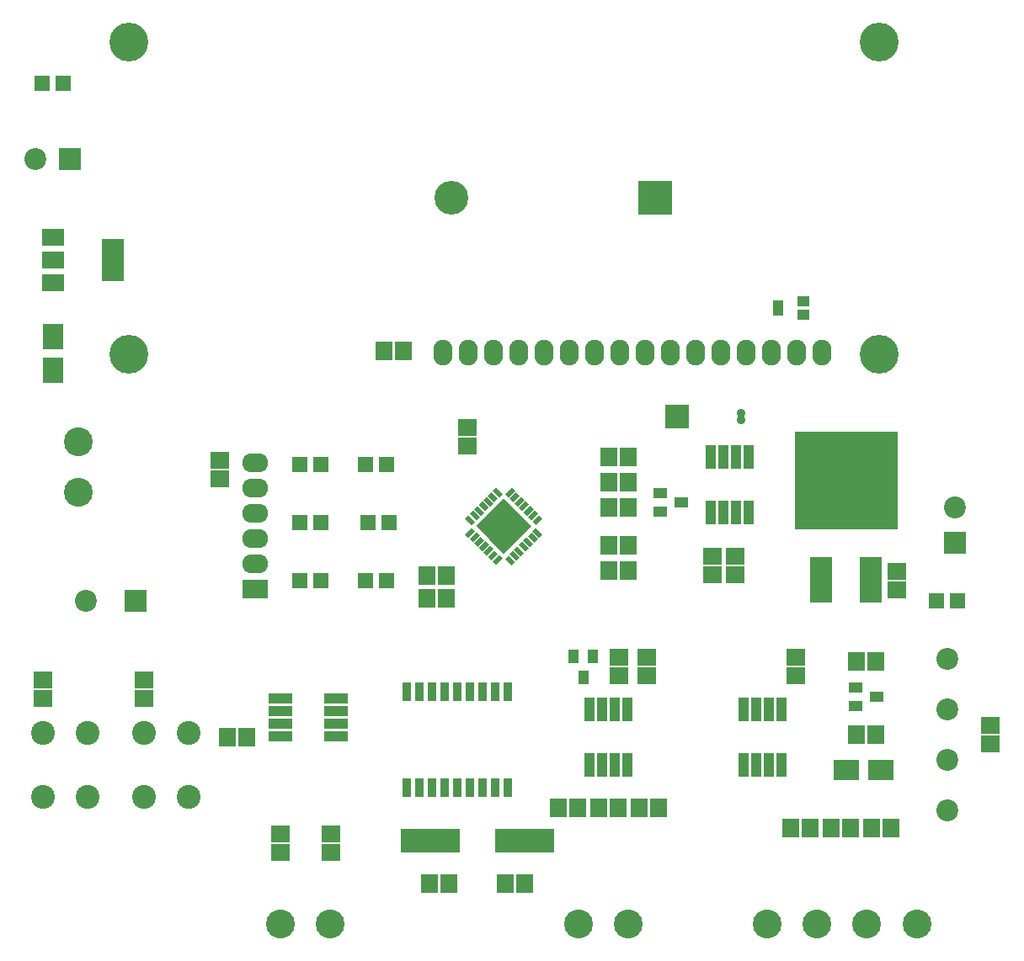
<source format=gbr>
G04 #@! TF.FileFunction,Soldermask,Top*
%FSLAX46Y46*%
G04 Gerber Fmt 4.6, Leading zero omitted, Abs format (unit mm)*
G04 Created by KiCad (PCBNEW 4.0.6) date 07/24/17 16:42:21*
%MOMM*%
%LPD*%
G01*
G04 APERTURE LIST*
%ADD10C,0.100000*%
%ADD11R,0.951180X1.830020*%
%ADD12C,3.900000*%
%ADD13O,1.900000X2.600000*%
%ADD14C,2.900000*%
%ADD15C,3.399740*%
%ADD16R,3.397200X3.397200*%
%ADD17R,2.200000X2.200000*%
%ADD18C,2.200000*%
%ADD19R,1.898600X1.700480*%
%ADD20R,1.700480X1.898600*%
%ADD21R,2.099260X2.500580*%
%ADD22R,1.598880X1.598880*%
%ADD23R,2.500580X2.099260*%
%ADD24R,2.599640X1.924000*%
%ADD25O,2.599640X1.924000*%
%ADD26R,1.400760X0.999440*%
%ADD27R,0.999440X1.400760*%
%ADD28R,1.200100X0.999440*%
%ADD29R,1.101040X1.499820*%
%ADD30R,0.999440X2.398980*%
%ADD31R,2.200860X1.700480*%
%ADD32R,2.200860X4.199840*%
%ADD33R,2.200860X4.601160*%
%ADD34R,10.399980X9.899600*%
%ADD35R,2.398980X0.999440*%
%ADD36O,0.900000X0.900000*%
%ADD37R,2.400000X2.400000*%
%ADD38R,5.899100X2.398980*%
%ADD39C,2.398980*%
G04 APERTURE END LIST*
D10*
D11*
X60198000Y-99298760D03*
X61468000Y-99298760D03*
X62738000Y-99298760D03*
X64008000Y-99298760D03*
X65278000Y-99298760D03*
X66548000Y-99298760D03*
X67818000Y-99298760D03*
X69088000Y-99298760D03*
X70358000Y-99298760D03*
X70358000Y-89677240D03*
X69088000Y-89677240D03*
X67818000Y-89677240D03*
X66548000Y-89677240D03*
X65278000Y-89677240D03*
X64008000Y-89677240D03*
X62738000Y-89677240D03*
X61468000Y-89677240D03*
X60198000Y-89677240D03*
D12*
X107700000Y-55700000D03*
X32300000Y-55700000D03*
X32300000Y-24300000D03*
X107700000Y-24300000D03*
D13*
X102000000Y-55500000D03*
X99460000Y-55500000D03*
X96920000Y-55500000D03*
X94380000Y-55500000D03*
X91840000Y-55500000D03*
X89300000Y-55500000D03*
X86760000Y-55500000D03*
X84220000Y-55500000D03*
X81680000Y-55500000D03*
X79140000Y-55500000D03*
X76600000Y-55500000D03*
X74060000Y-55500000D03*
X71520000Y-55500000D03*
X68980000Y-55500000D03*
X66440000Y-55500000D03*
X63900000Y-55500000D03*
D14*
X111500000Y-113000000D03*
X106500000Y-113000000D03*
X96500000Y-113000000D03*
X101500000Y-113000000D03*
D15*
X64716800Y-40000000D03*
D16*
X85214600Y-40000000D03*
D17*
X32980000Y-80518000D03*
D18*
X27980000Y-80518000D03*
D19*
X109474000Y-79438500D03*
X109474000Y-77533500D03*
D17*
X115316000Y-74648000D03*
D18*
X115316000Y-71148000D03*
D17*
X26388000Y-36068000D03*
D18*
X22888000Y-36068000D03*
D20*
X62547500Y-108966000D03*
X64452500Y-108966000D03*
X72072500Y-108966000D03*
X70167500Y-108966000D03*
D21*
X24638000Y-53896260D03*
X24638000Y-57355740D03*
D22*
X25687020Y-28448000D03*
X23588980Y-28448000D03*
X58199020Y-66802000D03*
X56100980Y-66802000D03*
X51595020Y-66802000D03*
X49496980Y-66802000D03*
D23*
X104442260Y-97536000D03*
X107901740Y-97536000D03*
D22*
X115603020Y-80518000D03*
X113504980Y-80518000D03*
X49496980Y-72644000D03*
X51595020Y-72644000D03*
X58199020Y-78486000D03*
X56100980Y-78486000D03*
X56354980Y-72644000D03*
X58453020Y-72644000D03*
X49496980Y-78486000D03*
X51595020Y-78486000D03*
D14*
X27178000Y-64556000D03*
X27178000Y-69556000D03*
D24*
X44958000Y-79350000D03*
D25*
X44958000Y-76810000D03*
X44958000Y-74270000D03*
X44958000Y-71730000D03*
X44958000Y-69190000D03*
X44958000Y-66650000D03*
D14*
X47500000Y-113000000D03*
X52500000Y-113000000D03*
D26*
X105369360Y-89217500D03*
X107482640Y-90170000D03*
X105369360Y-91122500D03*
D27*
X78930500Y-86065360D03*
X77978000Y-88178640D03*
X77025500Y-86065360D03*
D26*
X85684360Y-69659500D03*
X87797640Y-70612000D03*
X85684360Y-71564500D03*
D19*
X90932000Y-76009500D03*
X90932000Y-77914500D03*
X93218000Y-76009500D03*
X93218000Y-77914500D03*
D20*
X62293500Y-77978000D03*
X64198500Y-77978000D03*
D19*
X41402000Y-68262500D03*
X41402000Y-66357500D03*
D20*
X62293500Y-80264000D03*
X64198500Y-80264000D03*
X107378500Y-86614000D03*
X105473500Y-86614000D03*
X107378500Y-93980000D03*
X105473500Y-93980000D03*
X59880500Y-55372000D03*
X57975500Y-55372000D03*
D19*
X52578000Y-103949500D03*
X52578000Y-105854500D03*
X118872000Y-93027500D03*
X118872000Y-94932500D03*
X47498000Y-103949500D03*
X47498000Y-105854500D03*
X84328000Y-86169500D03*
X84328000Y-88074500D03*
D20*
X82486500Y-71120000D03*
X80581500Y-71120000D03*
D19*
X81534000Y-88074500D03*
X81534000Y-86169500D03*
X99314000Y-88074500D03*
X99314000Y-86169500D03*
D20*
X80581500Y-77470000D03*
X82486500Y-77470000D03*
X82486500Y-74930000D03*
X80581500Y-74930000D03*
X80581500Y-66040000D03*
X82486500Y-66040000D03*
X82486500Y-68580000D03*
X80581500Y-68580000D03*
X42227500Y-94234000D03*
X44132500Y-94234000D03*
X77406500Y-101346000D03*
X75501500Y-101346000D03*
X81470500Y-101346000D03*
X79565500Y-101346000D03*
X85534500Y-101346000D03*
X83629500Y-101346000D03*
X100774500Y-103378000D03*
X98869500Y-103378000D03*
X104838500Y-103378000D03*
X102933500Y-103378000D03*
X108902500Y-103378000D03*
X106997500Y-103378000D03*
D18*
X114554000Y-96520000D03*
X114554000Y-91440000D03*
X114554000Y-86360000D03*
X114554000Y-101600000D03*
D28*
X100106480Y-51704240D03*
D29*
X97607120Y-51054000D03*
D28*
X100106480Y-50403760D03*
D10*
G36*
X68745458Y-69557868D02*
X69411793Y-70224203D01*
X69063360Y-70572636D01*
X68397025Y-69906301D01*
X68745458Y-69557868D01*
X68745458Y-69557868D01*
G37*
G36*
X68285669Y-70017657D02*
X68952004Y-70683992D01*
X68603571Y-71032425D01*
X67937236Y-70366090D01*
X68285669Y-70017657D01*
X68285669Y-70017657D01*
G37*
G36*
X67825880Y-70477447D02*
X68492215Y-71143782D01*
X68143782Y-71492215D01*
X67477447Y-70825880D01*
X67825880Y-70477447D01*
X67825880Y-70477447D01*
G37*
G36*
X67366090Y-70937236D02*
X68032425Y-71603571D01*
X67683992Y-71952004D01*
X67017657Y-71285669D01*
X67366090Y-70937236D01*
X67366090Y-70937236D01*
G37*
G36*
X66762618Y-73130214D02*
X67111051Y-73478647D01*
X66444716Y-74144982D01*
X66096283Y-73796549D01*
X66762618Y-73130214D01*
X66762618Y-73130214D01*
G37*
G36*
X67222407Y-73590003D02*
X67570840Y-73938436D01*
X66904505Y-74604771D01*
X66556072Y-74256338D01*
X67222407Y-73590003D01*
X67222407Y-73590003D01*
G37*
G36*
X67682196Y-74049792D02*
X68030629Y-74398225D01*
X67364294Y-75064560D01*
X67015861Y-74716127D01*
X67682196Y-74049792D01*
X67682196Y-74049792D01*
G37*
G36*
X68141985Y-74509582D02*
X68490418Y-74858015D01*
X67824083Y-75524350D01*
X67475650Y-75175917D01*
X68141985Y-74509582D01*
X68141985Y-74509582D01*
G37*
G36*
X68601775Y-74969371D02*
X68950208Y-75317804D01*
X68283873Y-75984139D01*
X67935440Y-75635706D01*
X68601775Y-74969371D01*
X68601775Y-74969371D01*
G37*
G36*
X69061564Y-75429160D02*
X69409997Y-75777593D01*
X68743662Y-76443928D01*
X68395229Y-76095495D01*
X69061564Y-75429160D01*
X69061564Y-75429160D01*
G37*
G36*
X69521353Y-75888949D02*
X69869786Y-76237382D01*
X69203451Y-76903717D01*
X68855018Y-76555284D01*
X69521353Y-75888949D01*
X69521353Y-75888949D01*
G37*
G36*
X69205247Y-69098079D02*
X69871582Y-69764414D01*
X69523149Y-70112847D01*
X68856814Y-69446512D01*
X69205247Y-69098079D01*
X69205247Y-69098079D01*
G37*
G36*
X68656554Y-71555975D02*
X70100579Y-73000000D01*
X68656554Y-74444025D01*
X67212529Y-73000000D01*
X68656554Y-71555975D01*
X68656554Y-71555975D01*
G37*
G36*
X70000000Y-70212529D02*
X71444025Y-71656554D01*
X70000000Y-73100579D01*
X68555975Y-71656554D01*
X70000000Y-70212529D01*
X70000000Y-70212529D01*
G37*
G36*
X71343446Y-71555975D02*
X72787471Y-73000000D01*
X71343446Y-74444025D01*
X69899421Y-73000000D01*
X71343446Y-71555975D01*
X71343446Y-71555975D01*
G37*
G36*
X70000000Y-72899421D02*
X71444025Y-74343446D01*
X70000000Y-75787471D01*
X68555975Y-74343446D01*
X70000000Y-72899421D01*
X70000000Y-72899421D01*
G37*
G36*
X70442726Y-75924870D02*
X71109061Y-76591205D01*
X70760628Y-76939638D01*
X70094293Y-76273303D01*
X70442726Y-75924870D01*
X70442726Y-75924870D01*
G37*
G36*
X70902515Y-75465081D02*
X71568850Y-76131416D01*
X71220417Y-76479849D01*
X70554082Y-75813514D01*
X70902515Y-75465081D01*
X70902515Y-75465081D01*
G37*
G36*
X71362304Y-75005292D02*
X72028639Y-75671627D01*
X71680206Y-76020060D01*
X71013871Y-75353725D01*
X71362304Y-75005292D01*
X71362304Y-75005292D01*
G37*
G36*
X71858015Y-74509582D02*
X72524350Y-75175917D01*
X72175917Y-75524350D01*
X71509582Y-74858015D01*
X71858015Y-74509582D01*
X71858015Y-74509582D01*
G37*
G36*
X72281883Y-74085713D02*
X72948218Y-74752048D01*
X72599785Y-75100481D01*
X71933450Y-74434146D01*
X72281883Y-74085713D01*
X72281883Y-74085713D01*
G37*
G36*
X72741672Y-73625924D02*
X73408007Y-74292259D01*
X73059574Y-74640692D01*
X72393239Y-73974357D01*
X72741672Y-73625924D01*
X72741672Y-73625924D01*
G37*
G36*
X73201461Y-73166135D02*
X73867796Y-73832470D01*
X73519363Y-74180903D01*
X72853028Y-73514568D01*
X73201461Y-73166135D01*
X73201461Y-73166135D01*
G37*
G36*
X73553488Y-71856814D02*
X73901921Y-72205247D01*
X73235586Y-72871582D01*
X72887153Y-72523149D01*
X73553488Y-71856814D01*
X73553488Y-71856814D01*
G37*
G36*
X73093699Y-71397025D02*
X73442132Y-71745458D01*
X72775797Y-72411793D01*
X72427364Y-72063360D01*
X73093699Y-71397025D01*
X73093699Y-71397025D01*
G37*
G36*
X72633910Y-70937236D02*
X72982343Y-71285669D01*
X72316008Y-71952004D01*
X71967575Y-71603571D01*
X72633910Y-70937236D01*
X72633910Y-70937236D01*
G37*
G36*
X72174120Y-70477447D02*
X72522553Y-70825880D01*
X71856218Y-71492215D01*
X71507785Y-71143782D01*
X72174120Y-70477447D01*
X72174120Y-70477447D01*
G37*
G36*
X71714331Y-70017657D02*
X72062764Y-70366090D01*
X71396429Y-71032425D01*
X71047996Y-70683992D01*
X71714331Y-70017657D01*
X71714331Y-70017657D01*
G37*
G36*
X71254542Y-69557868D02*
X71602975Y-69906301D01*
X70936640Y-70572636D01*
X70588207Y-70224203D01*
X71254542Y-69557868D01*
X71254542Y-69557868D01*
G37*
G36*
X70794753Y-69098079D02*
X71143186Y-69446512D01*
X70476851Y-70112847D01*
X70128418Y-69764414D01*
X70794753Y-69098079D01*
X70794753Y-69098079D01*
G37*
G36*
X66906301Y-71397025D02*
X67572636Y-72063360D01*
X67224203Y-72411793D01*
X66557868Y-71745458D01*
X66906301Y-71397025D01*
X66906301Y-71397025D01*
G37*
G36*
X66446512Y-71856814D02*
X67112847Y-72523149D01*
X66764414Y-72871582D01*
X66098079Y-72205247D01*
X66446512Y-71856814D01*
X66446512Y-71856814D01*
G37*
D30*
X94615000Y-66040000D03*
X93345000Y-66040000D03*
X92075000Y-66040000D03*
X90805000Y-66040000D03*
X90805000Y-71628000D03*
X92075000Y-71628000D03*
X93345000Y-71628000D03*
X94615000Y-71628000D03*
D31*
X24686260Y-43926760D03*
X24686260Y-46228000D03*
X24686260Y-48529240D03*
D32*
X30685740Y-46228000D03*
D33*
X101894640Y-78407260D03*
X106893360Y-78407260D03*
D34*
X104394000Y-68404740D03*
D35*
X53086000Y-94107000D03*
X53086000Y-92837000D03*
X53086000Y-91567000D03*
X53086000Y-90297000D03*
X47498000Y-90297000D03*
X47498000Y-91567000D03*
X47498000Y-92837000D03*
X47498000Y-94107000D03*
D30*
X82423000Y-91440000D03*
X81153000Y-91440000D03*
X79883000Y-91440000D03*
X78613000Y-91440000D03*
X78613000Y-97028000D03*
X79883000Y-97028000D03*
X81153000Y-97028000D03*
X82423000Y-97028000D03*
X97917000Y-91440000D03*
X96647000Y-91440000D03*
X95377000Y-91440000D03*
X94107000Y-91440000D03*
X94107000Y-97028000D03*
X95377000Y-97028000D03*
X96647000Y-97028000D03*
X97917000Y-97028000D03*
D36*
X93848000Y-61626000D03*
X93848000Y-62326000D03*
D37*
X87378000Y-61976000D03*
D38*
X62560200Y-104648000D03*
X72059800Y-104648000D03*
D14*
X77500000Y-113000000D03*
X82500000Y-113000000D03*
D19*
X66294000Y-64960500D03*
X66294000Y-63055500D03*
X23622000Y-88455500D03*
X23622000Y-90360500D03*
X33782000Y-88455500D03*
X33782000Y-90360500D03*
D39*
X23657560Y-93776800D03*
X28158440Y-100279200D03*
X28158440Y-93776800D03*
X23657560Y-100279200D03*
X33817560Y-93776800D03*
X38318440Y-100279200D03*
X38318440Y-93776800D03*
X33817560Y-100279200D03*
M02*

</source>
